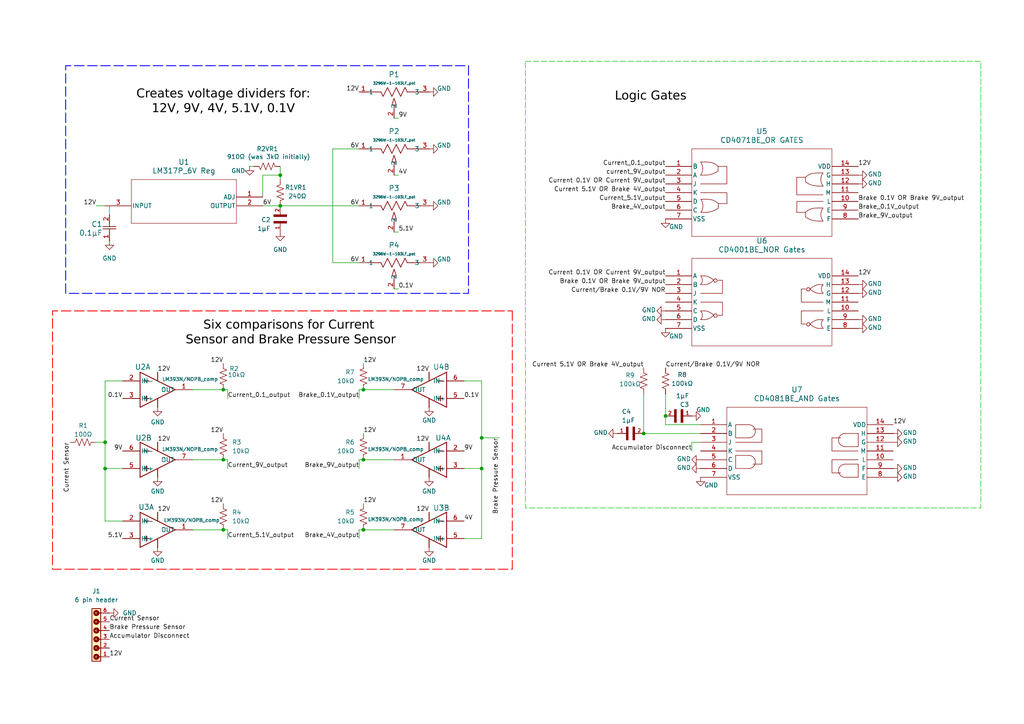
<source format=kicad_sch>
(kicad_sch (version 20250114) (generator "eeschema") (generator_version "9.0")
  (paper "A4")
  (lib_symbols
    (symbol "0.1 µF capacitor:K104K10X7RF5UH5" (pin_names (offset 0.254))
      (property "Reference" "C" (at 3.81 3.81 0))
      (property "Value" "K104K10X7RF5UH5" (at 3.81 -3.81 0))
      (symbol "K104K10X7RF5UH5_0_1"
        (polyline (pts (xy 2.54 0) (xy 3.4798 0)) (stroke (width 0.2032)))
        (polyline (pts (xy 3.4798 -1.905) (xy 3.4798 1.905)) (stroke (width 0.2032)))
        (polyline (pts (xy 4.1148 0) (xy 5.08 0)) (stroke (width 0.2032)))
        (polyline (pts (xy 4.1148 -1.905) (xy 4.1148 1.905)) (stroke (width 0.2032)))
        (pin unspecified line (at 0 0 0) (length 2.54) (name "") (number "1"))
        (pin unspecified line (at 7.62 0 180) (length 2.54) (name "") (number "2"))
      )
    )
    (symbol "1 µF capacitor:RCER72A105K2DBH03A" (pin_names (offset 1.016))
      (property "Reference" "C" (at 0 3.8109 0))
      (property "Value" "RCER72A105K2DBH03A" (at 0 -5.0885 0))
      (symbol "RCER72A105K2DBH03A_0_0"
        (rectangle (start 0 -1.9069) (end 0.635 1.905) (stroke (width 0.1)) (fill (type outline)))
        (rectangle (start 1.9069 -1.9069) (end 2.54 1.905) (stroke (width 0.1)) (fill (type outline)))
        (pin passive line (at -2.54 0 0) (length 2.54) (name "~") (number "1"))
        (pin passive line (at 5.08 0 180) (length 2.54) (name "~") (number "2"))
      )
    )
    (symbol "10k pot:3296W-1-103LF" (pin_names (offset 0.254))
      (property "Reference" "R" (at 10.795 -3.175 0))
      (property "Value" "3296W-1-103LF" (at 10.795 -6.35 0))
      (symbol "3296W-1-103LF_1_1"
        (polyline (pts (xy 2.54 0) (xy 6.35 0)) (stroke (width 0.2032)))
        (polyline (pts (xy 6.35 0) (xy 6.985 1.27)) (stroke (width 0.2032)))
        (polyline (pts (xy 6.985 1.27) (xy 8.255 -1.27)) (stroke (width 0.2032)))
        (polyline (pts (xy 8.255 -1.27) (xy 9.525 1.27)) (stroke (width 0.2032)))
        (polyline (pts (xy 9.525 3.81) (xy 10.16 1.905)) (stroke (width 0.2032)))
        (polyline (pts (xy 9.525 3.81) (xy 10.795 3.81)) (stroke (width 0.2032)))
        (polyline (pts (xy 9.525 1.27) (xy 10.795 -1.27)) (stroke (width 0.2032)))
        (polyline (pts (xy 10.16 3.81) (xy 10.16 5.08)) (stroke (width 0.2032)))
        (polyline (pts (xy 10.795 3.81) (xy 10.16 1.905)) (stroke (width 0.2032)))
        (polyline (pts (xy 10.795 -1.27) (xy 12.065 1.27)) (stroke (width 0.2032)))
        (polyline (pts (xy 12.065 1.27) (xy 13.335 -1.27)) (stroke (width 0.2032)))
        (polyline (pts (xy 13.335 -1.27) (xy 13.97 0)) (stroke (width 0.2032)))
        (polyline (pts (xy 13.97 0) (xy 17.78 0)) (stroke (width 0.2032)))
        (pin unspecified line (at 0 0 0) (length 2.54) (name "1") (number "1"))
        (pin unspecified line (at 10.16 7.62 270) (length 2.54) (name "2") (number "2"))
        (pin unspecified line (at 20.32 0 180) (length 2.54) (name "3") (number "3"))
      )
      (symbol "3296W-1-103LF_1_2"
        (polyline (pts (xy -3.81 -9.525) (xy -1.905 -10.16)) (stroke (width 0.2032)))
        (polyline (pts (xy -3.81 -10.16) (xy -5.08 -10.16)) (stroke (width 0.2032)))
        (polyline (pts (xy -3.81 -10.795) (xy -3.81 -9.525)) (stroke (width 0.2032)))
        (polyline (pts (xy -3.81 -10.795) (xy -1.905 -10.16)) (stroke (width 0.2032)))
        (polyline (pts (xy -1.27 -8.255) (xy 1.27 -6.985)) (stroke (width 0.2032)))
        (polyline (pts (xy -1.27 -10.795) (xy 1.27 -9.525)) (stroke (width 0.2032)))
        (polyline (pts (xy -1.27 -13.335) (xy 1.27 -12.065)) (stroke (width 0.2032)))
        (polyline (pts (xy 0 -6.35) (xy 0 -2.54)) (stroke (width 0.2032)))
        (polyline (pts (xy 0 -13.97) (xy -1.27 -13.335)) (stroke (width 0.2032)))
        (polyline (pts (xy 0 -17.78) (xy 0 -13.97)) (stroke (width 0.2032)))
        (polyline (pts (xy 1.27 -6.985) (xy 0 -6.35)) (stroke (width 0.2032)))
        (polyline (pts (xy 1.27 -9.525) (xy -1.27 -8.255)) (stroke (width 0.2032)))
        (polyline (pts (xy 1.27 -12.065) (xy -1.27 -10.795)) (stroke (width 0.2032)))
        (pin unspecified line (at -7.62 -10.16 0) (length 2.54) (name "2") (number "2"))
        (pin unspecified line (at 0 0 270) (length 2.54) (name "1") (number "1"))
        (pin unspecified line (at 0 -20.32 90) (length 2.54) (name "3") (number "3"))
      )
    )
    (symbol "6 pin header:6130XX11121_61300611121" (pin_names (offset 1.016))
      (property "Reference" "J" (at -7.62 -1.778 0))
      (property "Value" "6130XX11121_61300611121" (at -7.62 -5.08 0))
      (symbol "6130XX11121_61300611121_0_0"
        (rectangle (start -6.35 -2.54) (end 8.89 0) (stroke (width 0.254)) (fill (type background)))
        (circle (center -5.08 -1.27) (radius 0.254) (stroke (width 0.635)))
        (polyline (pts (xy -5.08 -1.27) (xy -5.08 -2.54)) (stroke (width 0.254)))
        (circle (center -2.54 -1.27) (radius 0.254) (stroke (width 0.635)))
        (polyline (pts (xy -2.54 -1.27) (xy -2.54 -2.54)) (stroke (width 0.254)))
        (polyline (pts (xy 0 -1.27) (xy 0 -2.54)) (stroke (width 0.254)))
        (circle (center 0 -1.27) (radius 0.254) (stroke (width 0.635)))
        (polyline (pts (xy 2.54 -1.27) (xy 2.54 -2.54)) (stroke (width 0.254)))
        (circle (center 2.54 -1.27) (radius 0.254) (stroke (width 0.635)))
        (polyline (pts (xy 5.08 -1.27) (xy 5.08 -2.54)) (stroke (width 0.254)))
        (circle (center 5.08 -1.27) (radius 0.254) (stroke (width 0.635)))
        (polyline (pts (xy 7.62 -1.27) (xy 7.62 -2.54)) (stroke (width 0.254)))
        (circle (center 7.62 -1.27) (radius 0.254) (stroke (width 0.635)))
        (pin passive line (at -5.08 -5.08 90) (length 2.54) (name "~") (number "1"))
        (pin passive line (at -2.54 -5.08 90) (length 2.54) (name "~") (number "2"))
        (pin passive line (at 0 -5.08 90) (length 2.54) (name "~") (number "3"))
        (pin passive line (at 2.54 -5.08 90) (length 2.54) (name "~") (number "4"))
        (pin passive line (at 5.08 -5.08 90) (length 2.54) (name "~") (number "5"))
        (pin passive line (at 7.62 -5.08 90) (length 2.54) (name "~") (number "6"))
      )
    )
    (symbol "AND:CD4081BE" (pin_names (offset 0.254))
      (property "Reference" "U7" (at 27.94 10.16 0))
      (property "Value" "CD4081BE_AND Gates" (at 27.94 7.62 0))
      (symbol "CD4081BE_0_1"
        (polyline (pts (xy 7.62 5.08) (xy 7.62 -20.32)) (stroke (width 0.127)))
        (polyline (pts (xy 7.62 -20.32) (xy 48.26 -20.32)) (stroke (width 0.127)))
        (polyline (pts (xy 48.26 5.08) (xy 7.62 5.08)) (stroke (width 0.127)))
        (polyline (pts (xy 48.26 -20.32) (xy 48.26 5.08)) (stroke (width 0.127)))
        (pin unspecified line (at 0 0 0) (length 7.62) (name "A") (number "1"))
        (pin unspecified line (at 0 -2.54 0) (length 7.62) (name "B") (number "2"))
        (pin unspecified line (at 0 -5.08 0) (length 7.62) (name "J") (number "3"))
        (pin unspecified line (at 0 -7.62 0) (length 7.62) (name "K") (number "4"))
        (pin unspecified line (at 0 -10.16 0) (length 7.62) (name "C") (number "5"))
        (pin unspecified line (at 0 -12.7 0) (length 7.62) (name "D") (number "6"))
        (pin power_in line (at 0 -15.24 0) (length 7.62) (name "VSS") (number "7"))
        (pin power_in line (at 55.88 0 180) (length 7.62) (name "VDD") (number "14"))
        (pin unspecified line (at 55.88 -2.54 180) (length 7.62) (name "H") (number "13"))
        (pin unspecified line (at 55.88 -5.08 180) (length 7.62) (name "G") (number "12"))
        (pin unspecified line (at 55.88 -7.62 180) (length 7.62) (name "M") (number "11"))
        (pin unspecified line (at 55.88 -10.16 180) (length 7.62) (name "L") (number "10"))
        (pin unspecified line (at 55.88 -12.7 180) (length 7.62) (name "F") (number "9"))
        (pin unspecified line (at 55.88 -15.24 180) (length 7.62) (name "E") (number "8"))
      )
      (symbol "CD4081BE_1_1"
        (polyline (pts (xy 10.16 0) (xy 13.97 0)))
        (polyline (pts (xy 10.16 0) (xy 10.16 -3.81) (xy 13.97 -3.81)))
        (polyline (pts (xy 10.16 -12.7) (xy 13.97 -12.7)))
        (polyline (pts (xy 10.16 -12.7) (xy 10.16 -8.89) (xy 13.97 -8.89)))
        (arc (start 13.97 0) (mid 15.875 -1.905) (end 13.97 -3.81))
        (arc (start 13.97 -8.89) (mid 15.875 -10.795) (end 13.97 -12.7))
        (polyline (pts (xy 15.24 -1.27) (xy 17.78 -1.27) (xy 17.78 -5.08) (xy 10.16 -5.08)))
        (polyline (pts (xy 15.24 -11.43) (xy 17.78 -11.43) (xy 17.78 -7.62) (xy 10.16 -7.62)))
        (polyline (pts (xy 40.64 -3.81) (xy 38.1 -3.81) (xy 38.1 -7.62) (xy 45.72 -7.62)))
        (polyline (pts (xy 40.64 -13.97) (xy 38.1 -13.97) (xy 38.1 -10.16) (xy 45.72 -10.16)))
        (arc (start 41.91 -6.35) (mid 40.005 -4.445) (end 41.91 -2.54))
        (arc (start 41.91 -15.24) (mid 40.005 -13.335) (end 41.91 -11.43))
        (polyline (pts (xy 45.72 -2.54) (xy 41.91 -2.54)))
        (polyline (pts (xy 45.72 -2.54) (xy 45.72 -6.35) (xy 41.91 -6.35)))
        (polyline (pts (xy 45.72 -15.24) (xy 41.91 -15.24)))
        (polyline (pts (xy 45.72 -15.24) (xy 45.72 -11.43) (xy 41.91 -11.43)))
      )
    )
    (symbol "Device:R_US" (pin_numbers (hide yes)) (pin_names (offset 0))
      (property "Reference" "R" (at 2.54 0 90))
      (property "Value" "R_US" (at -2.54 0 90))
      (symbol "R_US_0_1"
        (polyline (pts (xy 0 2.286) (xy 0 2.54)))
        (polyline (pts (xy 0 2.286) (xy 1.016 1.905) (xy 0 1.524) (xy -1.016 1.143) (xy 0 0.762)))
        (polyline (pts (xy 0 0.762) (xy 1.016 0.381) (xy 0 0) (xy -1.016 -0.381) (xy 0 -0.762)))
        (polyline (pts (xy 0 -0.762) (xy 1.016 -1.143) (xy 0 -1.524) (xy -1.016 -1.905) (xy 0 -2.286)))
        (polyline (pts (xy 0 -2.286) (xy 0 -2.54)))
      )
      (symbol "R_US_1_1"
        (pin passive line (at 0 3.81 270) (length 1.27) (name "~") (number "1"))
        (pin passive line (at 0 -3.81 90) (length 1.27) (name "~") (number "2"))
      )
    )
    (symbol "LM317P_voltage regulator:LM317P" (pin_names (offset 0.254))
      (property "Reference" "U" (at 22.86 10.16 0))
      (property "Value" "LM317P" (at 22.86 7.62 0))
      (symbol "LM317P_0_1"
        (polyline (pts (xy 7.62 5.08) (xy 7.62 -7.62)) (stroke (width 0.127)))
        (polyline (pts (xy 7.62 -7.62) (xy 38.1 -7.62)) (stroke (width 0.127)))
        (polyline (pts (xy 38.1 5.08) (xy 7.62 5.08)) (stroke (width 0.127)))
        (polyline (pts (xy 38.1 -7.62) (xy 38.1 5.08)) (stroke (width 0.127)))
        (pin input line (at 0 0 0) (length 7.62) (name "ADJ") (number "1"))
        (pin output line (at 0 -2.54 0) (length 7.62) (name "OUTPUT") (number "2"))
        (pin input line (at 45.72 -2.54 180) (length 7.62) (name "INPUT") (number "3"))
      )
    )
    (symbol "LM393N_NOPB_comparator:LM393N_NOPB" (pin_names (offset 0.254))
      (property "Reference" "U" (at 15.748 0.254 0))
      (property "Value" "LM393N/NOPB" (at 0 0 0))
      (symbol "LM393N_NOPB_1_1"
        (polyline (pts (xy 0 0) (xy 0 -10.16)) (stroke (width 0.254)))
        (polyline (pts (xy 0 0) (xy 10.16 -5.08)) (stroke (width 0.254)))
        (polyline (pts (xy 0 -10.16) (xy 10.16 -5.08)) (stroke (width 0.254)))
        (polyline (pts (xy 1.016 -2.54) (xy 2.54 -2.54)) (stroke (width 0.254)))
        (polyline (pts (xy 1.016 -7.62) (xy 2.54 -7.62)) (stroke (width 0.254)))
        (polyline (pts (xy 1.778 -6.858) (xy 1.778 -8.382)) (stroke (width 0.254)))
        (polyline (pts (xy 5.08 0) (xy 5.08 -2.54)) (stroke (width 0.254)))
        (polyline (pts (xy 5.08 -7.62) (xy 5.08 -10.16)) (stroke (width 0.254)))
        (pin input line (at -5.08 -2.54 0) (length 5.08) (name "IN-") (number "2"))
        (pin input line (at -5.08 -7.62 0) (length 5.08) (name "IN+") (number "3"))
        (pin output line (at 15.24 -5.08 180) (length 5.08) (name "OUT") (number "1"))
      )
      (symbol "LM393N_NOPB_1_2"
        (polyline (pts (xy 0 0) (xy 0 -10.16)) (stroke (width 0.254)))
        (polyline (pts (xy 0 0) (xy 10.16 -5.08)) (stroke (width 0.254)))
        (polyline (pts (xy 0 -10.16) (xy 10.16 -5.08)) (stroke (width 0.254)))
        (polyline (pts (xy 1.016 -2.54) (xy 2.54 -2.54)) (stroke (width 0.254)))
        (polyline (pts (xy 1.016 -7.62) (xy 2.54 -7.62)) (stroke (width 0.254)))
        (polyline (pts (xy 1.778 -6.858) (xy 1.778 -8.382)) (stroke (width 0.254)))
        (pin input line (at -5.08 -2.54 0) (length 5.08) (name "IN-") (number "2"))
        (pin input line (at -5.08 -7.62 0) (length 5.08) (name "IN+") (number "3"))
        (pin output line (at 15.24 -5.08 180) (length 5.08) (name "OUT") (number "1"))
      )
      (symbol "LM393N_NOPB_2_1"
        (polyline (pts (xy 0 0) (xy 0 -10.16)) (stroke (width 0.254)))
        (polyline (pts (xy 0 0) (xy 10.16 -5.08)) (stroke (width 0.254)))
        (polyline (pts (xy 0 -10.16) (xy 10.16 -5.08)) (stroke (width 0.254)))
        (polyline (pts (xy 1.016 -2.54) (xy 2.54 -2.54)) (stroke (width 0.254)))
        (polyline (pts (xy 1.016 -7.62) (xy 2.54 -7.62)) (stroke (width 0.254)))
        (polyline (pts (xy 1.778 -6.858) (xy 1.778 -8.382)) (stroke (width 0.254)))
        (polyline (pts (xy 5.08 0) (xy 5.08 -2.54)) (stroke (width 0.254)))
        (polyline (pts (xy 5.08 -7.62) (xy 5.08 -10.16)) (stroke (width 0.254)))
        (pin input line (at -5.08 -2.54 0) (length 5.08) (name "IN-") (number "6"))
        (pin input line (at -5.08 -7.62 0) (length 5.08) (name "IN+") (number "5"))
        (pin output line (at 15.24 -5.08 180) (length 5.08) (name "OUT") (number "7"))
      )
      (symbol "LM393N_NOPB_2_2"
        (polyline (pts (xy 0 0) (xy 0 -10.16)) (stroke (width 0.254)))
        (polyline (pts (xy 0 0) (xy 10.16 -5.08)) (stroke (width 0.254)))
        (polyline (pts (xy 0 -10.16) (xy 10.16 -5.08)) (stroke (width 0.254)))
        (polyline (pts (xy 1.016 -2.54) (xy 2.54 -2.54)) (stroke (width 0.254)))
        (polyline (pts (xy 1.016 -7.62) (xy 2.54 -7.62)) (stroke (width 0.254)))
        (polyline (pts (xy 1.778 -6.858) (xy 1.778 -8.382)) (stroke (width 0.254)))
        (pin input line (at -5.08 -2.54 0) (length 5.08) (name "IN-") (number "6"))
        (pin input line (at -5.08 -7.62 0) (length 5.08) (name "IN+") (number "5"))
        (pin output line (at 15.24 -5.08 180) (length 5.08) (name "OUT") (number "7"))
      )
    )
    (symbol "NOR:CD4001BE" (pin_names (offset 0.254))
      (property "Reference" "U6" (at 27.94 10.16 0))
      (property "Value" "CD4001BE_NOR" (at 27.94 7.62 0))
      (symbol "CD4001BE_0_1"
        (polyline (pts (xy 7.62 5.08) (xy 7.62 -20.32)) (stroke (width 0.127)))
        (polyline (pts (xy 7.62 -20.32) (xy 48.26 -20.32)) (stroke (width 0.127)))
        (polyline (pts (xy 48.26 5.08) (xy 7.62 5.08)) (stroke (width 0.127)))
        (polyline (pts (xy 48.26 -20.32) (xy 48.26 5.08)) (stroke (width 0.127)))
        (pin unspecified line (at 0 0 0) (length 7.62) (name "A") (number "1"))
        (pin unspecified line (at 0 -2.54 0) (length 7.62) (name "B") (number "2"))
        (pin unspecified line (at 0 -5.08 0) (length 7.62) (name "J") (number "3"))
        (pin unspecified line (at 0 -7.62 0) (length 7.62) (name "K") (number "4"))
        (pin unspecified line (at 0 -10.16 0) (length 7.62) (name "C") (number "5"))
        (pin unspecified line (at 0 -12.7 0) (length 7.62) (name "D") (number "6"))
        (pin power_in line (at 0 -15.24 0) (length 7.62) (name "VSS") (number "7"))
        (pin power_in line (at 55.88 0 180) (length 7.62) (name "VDD") (number "14"))
        (pin unspecified line (at 55.88 -2.54 180) (length 7.62) (name "H") (number "13"))
        (pin unspecified line (at 55.88 -5.08 180) (length 7.62) (name "G") (number "12"))
        (pin unspecified line (at 55.88 -7.62 180) (length 7.62) (name "M") (number "11"))
        (pin unspecified line (at 55.88 -10.16 180) (length 7.62) (name "L") (number "10"))
        (pin unspecified line (at 55.88 -12.7 180) (length 7.62) (name "F") (number "9"))
        (pin unspecified line (at 55.88 -15.24 180) (length 7.62) (name "E") (number "8"))
      )
      (symbol "CD4001BE_1_1"
        (arc (start 10.16 0) (mid 10.6861 -1.27) (end 10.16 -2.54))
        (arc (start 10.16 -10.16) (mid 10.6861 -11.43) (end 10.16 -12.7))
        (polyline (pts (xy 10.16 0) (xy 11.43 0)))
        (polyline (pts (xy 10.16 -2.54) (xy 11.43 -2.54)))
        (polyline (pts (xy 10.16 -10.16) (xy 11.43 -10.16)))
        (polyline (pts (xy 10.16 -12.7) (xy 11.43 -12.7)))
        (bezier (pts (xy 11.43 0) (xy 12.7 0) (xy 13.97 -1.27) (xy 13.97 -1.27)))
        (bezier (pts (xy 11.43 -2.54) (xy 12.7 -2.54) (xy 13.97 -1.27) (xy 13.97 -1.27)))
        (bezier (pts (xy 11.43 -10.16) (xy 12.7 -10.16) (xy 13.97 -11.43) (xy 13.97 -11.43)))
        (bezier (pts (xy 11.43 -12.7) (xy 12.7 -12.7) (xy 13.97 -11.43) (xy 13.97 -11.43)))
        (polyline (pts (xy 15.24 -1.27) (xy 16.51 -1.27) (xy 16.51 -5.08) (xy 10.16 -5.08)))
        (polyline (pts (xy 15.24 -11.43) (xy 16.51 -11.43) (xy 16.51 -7.62) (xy 10.16 -7.62)))
        (polyline (pts (xy 40.64 -3.81) (xy 39.37 -3.81) (xy 39.37 -7.62) (xy 45.72 -7.62)))
        (polyline (pts (xy 40.64 -13.97) (xy 39.37 -13.97) (xy 39.37 -10.16) (xy 45.72 -10.16)))
        (bezier (pts (xy 44.45 -2.54) (xy 43.18 -2.54) (xy 41.91 -3.81) (xy 41.91 -3.81)))
        (bezier (pts (xy 44.45 -5.08) (xy 43.18 -5.08) (xy 41.91 -3.81) (xy 41.91 -3.81)))
        (bezier (pts (xy 44.45 -12.7) (xy 43.18 -12.7) (xy 41.91 -13.97) (xy 41.91 -13.97)))
        (bezier (pts (xy 44.45 -15.24) (xy 43.18 -15.24) (xy 41.91 -13.97) (xy 41.91 -13.97)))
        (polyline (pts (xy 45.72 -2.54) (xy 44.45 -2.54)))
        (polyline (pts (xy 45.72 -5.08) (xy 44.45 -5.08)))
        (polyline (pts (xy 45.72 -12.7) (xy 44.45 -12.7)))
        (polyline (pts (xy 45.72 -15.24) (xy 44.45 -15.24)))
        (arc (start 45.72 -5.08) (mid 45.1939 -3.81) (end 45.72 -2.54))
        (arc (start 45.72 -15.24) (mid 45.1939 -13.97) (end 45.72 -12.7))
        (text "○" (at 14.478 -1.27 0) (effects (font (size 1.27 1.27))))
        (text "○" (at 14.478 -11.43 0) (effects (font (size 1.27 1.27))))
        (text "○" (at 41.402 -3.81 0) (effects (font (size 1.27 1.27))))
        (text "○" (at 41.402 -13.97 0) (effects (font (size 1.27 1.27))))
      )
    )
    (symbol "OR:CD4071BE" (pin_names (offset 0.254))
      (property "Reference" "U5" (at 27.94 10.16 0))
      (property "Value" "CD4071BE" (at 27.94 7.62 0))
      (symbol "CD4071BE_0_1"
        (polyline (pts (xy 7.62 5.08) (xy 7.62 -20.32)) (stroke (width 0.127)))
        (polyline (pts (xy 7.62 -20.32) (xy 48.26 -20.32)) (stroke (width 0.127)))
        (polyline (pts (xy 48.26 5.08) (xy 7.62 5.08)) (stroke (width 0.127)))
        (polyline (pts (xy 48.26 -20.32) (xy 48.26 5.08)) (stroke (width 0.127)))
        (pin unspecified line (at 0 0 0) (length 7.62) (name "B") (number "1"))
        (pin unspecified line (at 0 -2.54 0) (length 7.62) (name "A") (number "2"))
        (pin unspecified line (at 0 -5.08 0) (length 7.62) (name "J") (number "3"))
        (pin unspecified line (at 0 -7.62 0) (length 7.62) (name "K") (number "4"))
        (pin unspecified line (at 0 -10.16 0) (length 7.62) (name "D") (number "5"))
        (pin unspecified line (at 0 -12.7 0) (length 7.62) (name "C") (number "6"))
        (pin power_in line (at 0 -15.24 0) (length 7.62) (name "VSS") (number "7"))
        (pin power_in line (at 55.88 0 180) (length 7.62) (name "VDD") (number "14"))
        (pin unspecified line (at 55.88 -2.54 180) (length 7.62) (name "G") (number "13"))
        (pin unspecified line (at 55.88 -5.08 180) (length 7.62) (name "H") (number "12"))
        (pin unspecified line (at 55.88 -7.62 180) (length 7.62) (name "M") (number "11"))
        (pin unspecified line (at 55.88 -10.16 180) (length 7.62) (name "L") (number "10"))
        (pin unspecified line (at 55.88 -12.7 180) (length 7.62) (name "E") (number "9"))
        (pin unspecified line (at 55.88 -15.24 180) (length 7.62) (name "F") (number "8"))
      )
      (symbol "CD4071BE_1_1"
        (arc (start 10.16 1.27) (mid 10.785 -0.635) (end 10.16 -2.54))
        (arc (start 10.211 -9.525) (mid 10.836 -11.43) (end 10.211 -13.335))
        (polyline (pts (xy 10.16 1.27) (xy 11.43 1.27)))
        (polyline (pts (xy 10.16 -2.54) (xy 11.43 -2.54)))
        (polyline (pts (xy 10.211 -9.525) (xy 11.481 -9.525)))
        (polyline (pts (xy 10.211 -13.335) (xy 11.481 -13.335)))
        (bezier (pts (xy 11.43 -2.54) (xy 13.97 -2.54) (xy 15.24 -1.27) (xy 15.24 -1.27)))
        (bezier (pts (xy 11.481 -13.335) (xy 14.021 -13.335) (xy 15.291 -12.065) (xy 15.291 -12.065)))
        (polyline (pts (xy 15.24 0) (xy 15.24 -1.27)))
        (polyline (pts (xy 15.24 0) (xy 17.78 0) (xy 17.78 -5.08) (xy 10.16 -5.08)))
        (bezier (pts (xy 15.24 0) (xy 13.97 1.27) (xy 12.7 1.27) (xy 11.43 1.27)))
        (polyline (pts (xy 15.291 -10.795) (xy 15.291 -12.065)))
        (polyline (pts (xy 15.291 -10.795) (xy 17.831 -10.795) (xy 17.78 -7.62) (xy 10.16 -7.62)))
        (bezier (pts (xy 15.291 -10.795) (xy 14.021 -9.525) (xy 12.751 -9.525) (xy 11.481 -9.525)))
        (polyline (pts (xy 40.589 -3.175) (xy 40.589 -4.445)))
        (polyline (pts (xy 40.589 -3.175) (xy 38.049 -3.175) (xy 38.049 -8.255) (xy 45.669 -8.255)))
        (bezier (pts (xy 40.589 -3.175) (xy 41.859 -1.905) (xy 43.129 -1.905) (xy 44.399 -1.905)))
        (polyline (pts (xy 40.589 -13.335) (xy 40.589 -14.605)))
        (polyline (pts (xy 40.589 -13.335) (xy 38.049 -13.335) (xy 38.1 -10.16) (xy 45.72 -10.16)))
        (bezier (pts (xy 40.589 -13.335) (xy 41.859 -12.065) (xy 43.129 -12.065) (xy 44.399 -12.065)))
        (bezier (pts (xy 44.399 -5.715) (xy 41.859 -5.715) (xy 40.589 -4.445) (xy 40.589 -4.445)))
        (bezier (pts (xy 44.399 -15.875) (xy 41.859 -15.875) (xy 40.589 -14.605) (xy 40.589 -14.605)))
        (polyline (pts (xy 45.669 -1.905) (xy 44.399 -1.905)))
        (polyline (pts (xy 45.669 -5.715) (xy 44.399 -5.715)))
        (polyline (pts (xy 45.669 -12.065) (xy 44.399 -12.065)))
        (polyline (pts (xy 45.669 -15.875) (xy 44.399 -15.875)))
        (arc (start 45.669 -5.715) (mid 45.0441 -3.81) (end 45.669 -1.905))
        (arc (start 45.669 -15.875) (mid 45.0441 -13.97) (end 45.669 -12.065))
      )
    )
    (symbol "power:GND" (power) (pin_numbers (hide yes)) (pin_names (offset 0) (hide yes))
      (property "Value" "GND" (at 0 -3.81 0))
      (symbol "GND_0_1"
        (polyline (pts (xy 0 0) (xy 0 -1.27) (xy 1.27 -1.27) (xy 0 -2.54) (xy -1.27 -1.27) (xy 0 -1.27)))
      )
      (symbol "GND_1_1"
        (pin power_in line (at 0 0 270) (length 0) (name "~") (number "1"))
      )
    )
  )
  (text "Six comparisons for Current \nSensor and Brake Pressure Sensor\n" (at 84.328 97.282 0) (effects (font (size 2.54 2.54) (thickness 0.508))))
  (text "Logic Gates\n" (at 188.722 28.702 0) (effects (font (size 2.54 2.54) (thickness 0.3175))))
  (text "Creates voltage dividers for:\n12V, 9V, 4V, 5.1V, 0.1V\n" (at 64.77 30.226 0) (effects (font (size 2.54 2.54) (thickness 0.508))))
  (junction (at 105.41 133.35))
  (junction (at 30.48 128.27))
  (junction (at 81.28 50.8))
  (junction (at 139.7 135.89))
  (junction (at 30.48 135.89))
  (junction (at 139.7 127))
  (junction (at 193.04 120.65))
  (junction (at 64.77 113.03))
  (junction (at 64.77 153.67))
  (junction (at 105.41 113.03))
  (junction (at 105.41 153.67))
  (junction (at 81.28 59.69))
  (junction (at 186.69 125.73))
  (junction (at 64.77 133.35))
  (wire (pts (xy 115.57 83.82) (xy 114.3 83.82)))
  (wire (pts (xy 115.57 50.8) (xy 114.3 50.8)))
  (wire (pts (xy 139.7 135.89) (xy 139.7 156.21)))
  (wire (pts (xy 66.04 153.67) (xy 66.04 156.21)))
  (wire (pts (xy 105.41 113.03) (xy 114.3 113.03)))
  (wire (pts (xy 27.94 128.27) (xy 30.48 128.27)))
  (wire (pts (xy 66.04 113.03) (xy 64.77 113.03)))
  (wire (pts (xy 186.69 125.73) (xy 203.2 125.73)))
  (wire (pts (xy 139.7 156.21) (xy 134.62 156.21)))
  (wire (pts (xy 30.48 128.27) (xy 30.48 135.89)))
  (wire (pts (xy 55.88 113.03) (xy 64.77 113.03)))
  (wire (pts (xy 30.48 110.49) (xy 35.56 110.49)))
  (wire (pts (xy 139.7 135.89) (xy 134.62 135.89)))
  (wire (pts (xy 96.52 76.2) (xy 104.14 76.2)))
  (wire (pts (xy 31.75 59.69) (xy 31.75 62.23)))
  (wire (pts (xy 55.88 153.67) (xy 64.77 153.67)))
  (wire (pts (xy 193.04 123.19) (xy 203.2 123.19)))
  (wire (pts (xy 72.39 48.26) (xy 73.66 48.26)))
  (wire (pts (xy 81.28 59.69) (xy 104.14 59.69)))
  (wire (pts (xy 76.2 59.69) (xy 81.28 59.69)))
  (wire (pts (xy 64.77 133.35) (xy 66.04 133.35)))
  (wire (pts (xy 104.14 156.21) (xy 104.14 153.67)))
  (wire (pts (xy 35.56 151.13) (xy 30.48 151.13)))
  (wire (pts (xy 115.57 34.29) (xy 114.3 34.29)))
  (wire (pts (xy 193.04 120.65) (xy 193.04 123.19)))
  (wire (pts (xy 200.66 128.27) (xy 203.2 128.27)))
  (wire (pts (xy 66.04 115.57) (xy 66.04 113.03)))
  (wire (pts (xy 105.41 153.67) (xy 114.3 153.67)))
  (wire (pts (xy 115.57 67.31) (xy 114.3 67.31)))
  (wire (pts (xy 55.88 133.35) (xy 64.77 133.35)))
  (wire (pts (xy 139.7 127) (xy 144.78 127)))
  (wire (pts (xy 81.28 50.8) (xy 81.28 52.07)))
  (wire (pts (xy 30.48 151.13) (xy 30.48 135.89)))
  (wire (pts (xy 76.2 50.8) (xy 81.28 50.8)))
  (wire (pts (xy 105.41 133.35) (xy 114.3 133.35)))
  (wire (pts (xy 104.14 43.18) (xy 96.52 43.18)))
  (wire (pts (xy 186.69 114.3) (xy 186.69 125.73)))
  (wire (pts (xy 104.14 135.89) (xy 104.14 133.35)))
  (wire (pts (xy 30.48 128.27) (xy 30.48 110.49)))
  (wire (pts (xy 64.77 153.67) (xy 66.04 153.67)))
  (wire (pts (xy 27.94 59.69) (xy 30.48 59.69)))
  (wire (pts (xy 81.28 48.26) (xy 81.28 50.8)))
  (wire (pts (xy 76.2 57.15) (xy 76.2 50.8)))
  (wire (pts (xy 104.14 153.67) (xy 105.41 153.67)))
  (wire (pts (xy 104.14 133.35) (xy 105.41 133.35)))
  (wire (pts (xy 96.52 43.18) (xy 96.52 76.2)))
  (wire (pts (xy 104.14 113.03) (xy 105.41 113.03)))
  (wire (pts (xy 139.7 110.49) (xy 134.62 110.49)))
  (wire (pts (xy 30.48 135.89) (xy 35.56 135.89)))
  (wire (pts (xy 104.14 115.57) (xy 104.14 113.03)))
  (wire (pts (xy 193.04 114.3) (xy 193.04 120.65)))
  (wire (pts (xy 139.7 110.49) (xy 139.7 127)))
  (wire (pts (xy 200.66 130.81) (xy 200.66 128.27)))
  (wire (pts (xy 139.7 127) (xy 139.7 135.89)))
  (wire (pts (xy 66.04 133.35) (xy 66.04 135.89)))
  (label "6V" (at 104.14 43.18 180))
  (label "12V" (at 64.77 105.41 180))
  (label "Current_0.1_output" (at 193.04 48.26 180))
  (label "Brake_9V_output" (at 104.14 135.89 180))
  (label "6V" (at 104.14 59.69 180))
  (label "12V" (at 248.92 80.01 0))
  (label "12V" (at 31.75 190.5 0))
  (label "12V" (at 105.41 146.05 0))
  (label "12V" (at 45.72 148.59 0))
  (label "9V" (at 35.56 130.81 180))
  (label "Brake Pressure Sensor" (at 31.75 182.88 0))
  (label "5.1V" (at 115.57 67.31 0))
  (label "current_9V_output" (at 193.04 50.8 180))
  (label "12V" (at 124.46 107.95 180))
  (label "Current_0.1_output" (at 66.04 115.57 0))
  (label "12V" (at 124.46 128.27 180))
  (label "12V" (at 105.41 125.73 0))
  (label "Brake_0.1V_output" (at 104.14 115.57 180))
  (label "12V" (at 45.72 128.27 0))
  (label "6V" (at 104.14 76.2 180))
  (label "12V" (at 248.92 48.26 0))
  (label "Current{slash}Brake 0.1V{slash}9V NOR" (at 193.04 106.68 0))
  (label "Brake 0.1V OR Brake 9V_output" (at 193.04 82.55 180))
  (label "12V" (at 104.14 26.67 180))
  (label "Accumulator Disconnect" (at 200.66 130.81 180))
  (label "Current_5.1V_output" (at 66.04 156.21 0))
  (label "9V" (at 134.62 130.81 0))
  (label "0.1V" (at 35.56 115.57 180))
  (label "12V" (at 259.08 123.19 0))
  (label "4V" (at 134.62 151.13 0))
  (label "Brake 0.1V OR Brake 9V_output" (at 248.92 58.42 0))
  (label "Current 0.1V OR Current 9V_output" (at 193.04 53.34 180))
  (label "12V" (at 105.41 105.41 0))
  (label "4V" (at 115.57 50.8 0))
  (label "12V" (at 27.94 59.69 180))
  (label "0.1V" (at 134.62 115.57 0))
  (label "Current Sensor" (at 31.75 180.34 0))
  (label "6V" (at 78.74 59.69 180))
  (label "Accumulator Disconnect" (at 31.75 185.42 0))
  (label "9V" (at 115.57 34.29 0))
  (label "Current Sensor" (at 20.32 128.27 270))
  (label "Current 5.1V OR Brake 4V_output" (at 193.04 55.88 180))
  (label "Brake Pressure Sensor" (at 144.78 127 270))
  (label "Current_9V_output" (at 66.04 135.89 0))
  (label "Current 5.1V OR Brake 4V_output" (at 186.69 106.68 180))
  (label "Current_5.1V_output" (at 193.04 58.42 180))
  (label "12V" (at 64.77 146.05 180))
  (label "Brake_4V_output" (at 193.04 60.96 180))
  (label "Current{slash}Brake 0.1V{slash}9V NOR" (at 193.04 85.09 180))
  (label "Brake_4V_output" (at 104.14 156.21 180))
  (label "12V" (at 45.72 107.95 0))
  (label "0.1V" (at 115.57 83.82 0))
  (label "Current 0.1V OR Current 9V_output" (at 193.04 80.01 180))
  (label "12V" (at 124.46 148.59 180))
  (label "Brake_9V_output" (at 248.92 63.5 0))
  (label "Brake_0.1V_output" (at 248.92 60.96 0))
  (label "5.1V" (at 35.56 156.21 180))
  (label "12V" (at 64.77 125.73 180))
  (rule_area (polyline (pts (xy 135.89 19.05) (xy 135.89 85.09) (xy 19.05 85.09) (xy 19.05 19.05)) (stroke (width 0.254) (type dash) (color 0 0 255 1))))
  (rule_area (polyline (pts (xy 152.4 17.78) (xy 284.48 17.78) (xy 284.48 147.32) (xy 152.4 147.32)) (stroke (width 0) (type dash) (color 0 194 0 1))))
  (rule_area (polyline (pts (xy 148.59 90.17) (xy 148.59 165.1) (xy 15.24 165.1) (xy 15.24 90.17)) (stroke (width 0.254) (type dash))))
  (symbol (lib_id "LM393N_NOPB_comparator:LM393N_NOPB") (at 129.54 128.27 0) (mirror y) (unit 1)
    (property "Reference" "U4" (at 128.524 127 0) (effects (font (size 1.524 1.524))))
    (property "Value" "LM393N/NOPB_comp" (at 114.808 130.302 0) (effects (font (size 1.016 1.016))))
    (property "Footprint" "LM393N_NOPB_comparator:N08E" (effects (hide yes)))
    (property "Datasheet" "https://www.ti.com/lit/gpn/lm393-n" (effects (hide yes)))
  )
  (symbol (lib_id "power:GND") (at 45.72 158.75 0) (mirror y) (unit 1)
    (property "Reference" "#PWR012" (effects (hide yes)))
    (property "Value" "GND" (at 45.72 162.56 0))
    (property "Description" "Power symbol creates a global label with name \"GND\" , ground" (effects (hide yes)))
  )
  (symbol (lib_id "power:GND") (at 193.04 95.25 0) (mirror y) (unit 1)
    (property "Reference" "#PWR018" (effects (hide yes)))
    (property "Value" "GND" (at 194.056 97.536 0) (effects (justify right)))
    (property "Description" "Power symbol creates a global label with name \"GND\" , ground" (effects (hide yes)))
  )
  (symbol (lib_id "power:GND") (at 248.92 92.71 90) (mirror x) (unit 1)
    (property "Reference" "#PWR021" (effects (hide yes)))
    (property "Value" "GND" (at 251.714 92.456 90) (effects (justify right)))
    (property "Description" "Power symbol creates a global label with name \"GND\" , ground" (effects (hide yes)))
  )
  (symbol (lib_id "power:GND") (at 124.46 76.2 90) (mirror x) (unit 1)
    (property "Reference" "#PWR08" (effects (hide yes)))
    (property "Value" "GND" (at 126.746 75.184 90) (effects (justify right)))
    (property "Description" "Power symbol creates a global label with name \"GND\" , ground" (effects (hide yes)))
  )
  (symbol (lib_id "10k pot:3296W-1-103LF") (at 104.14 76.2 0) (mirror x) (unit 1)
    (property "Reference" "P4" (at 114.3 71.12 0) (effects (font (size 1.524 1.524))))
    (property "Value" "3296W-1-103LF_pot" (at 114.3 73.66 0) (effects (font (size 0.762 0.762))))
    (property "Footprint" "10k pot:POT_3296W" (effects (hide yes)))
    (property "Datasheet" "3296W-1-103LF" (effects (hide yes)))
  )
  (symbol (lib_id "power:GND") (at 193.04 92.71 270) (unit 1)
    (property "Reference" "#PWR023" (effects (hide yes)))
    (property "Value" "GND" (at 190.246 92.456 90) (effects (justify right)))
    (property "Description" "Power symbol creates a global label with name \"GND\" , ground" (effects (hide yes)))
  )
  (symbol (lib_id "power:GND") (at 203.2 133.35 270) (unit 1)
    (property "Reference" "#PWR030" (effects (hide yes)))
    (property "Value" "GND" (at 200.406 133.096 90) (effects (justify right)))
    (property "Description" "Power symbol creates a global label with name \"GND\" , ground" (effects (hide yes)))
  )
  (symbol (lib_id "Device:R_US") (at 193.04 110.49 0) (unit 1)
    (property "Reference" "R8" (at 197.866 108.712 0))
    (property "Value" "100kΩ" (at 197.866 111.252 0))
    (property "Footprint" "Resistor_THT:R_Axial_DIN0204_L3.6mm_D1.6mm_P5.08mm_Horizontal" (effects (hide yes)))
    (property "Description" "Resistor, US symbol" (effects (hide yes)))
  )
  (symbol (lib_id "LM393N_NOPB_comparator:LM393N_NOPB") (at 40.64 128.27 0) (unit 2)
    (property "Reference" "U2" (at 41.656 127 0) (effects (font (size 1.524 1.524))))
    (property "Value" "LM393N/NOPB_comp" (at 55.118 130.302 0) (effects (font (size 1.016 1.016))))
    (property "Footprint" "LM393N_NOPB_comparator:N08E" (effects (hide yes)))
    (property "Datasheet" "https://www.ti.com/lit/gpn/lm393-n" (effects (hide yes)))
  )
  (symbol (lib_id "Device:R_US") (at 64.77 149.86 0) (unit 1)
    (property "Reference" "R4" (at 67.31 148.5899 0) (effects (justify left)))
    (property "Value" "10kΩ" (at 67.31 151.1299 0) (effects (justify left)))
    (property "Footprint" "Resistor_THT:R_Axial_DIN0204_L3.6mm_D1.6mm_P5.08mm_Horizontal" (effects (hide yes)))
    (property "Description" "Resistor, US symbol" (effects (hide yes)))
  )
  (symbol (lib_id "0.1 µF capacitor:K104K10X7RF5UH5") (at 31.75 69.85 270) (mirror x) (unit 1)
    (property "Reference" "C1" (at 29.718 65.024 90) (effects (font (size 1.524 1.524)) (justify right)))
    (property "Value" "0.1µF" (at 29.718 67.564 90) (effects (font (size 1.524 1.524)) (justify right)))
    (property "Footprint" "0.1µF capacitor:K104K10X7RF5UH5_VIS" (effects (hide yes)))
    (property "Datasheet" "https://www.vishay.com/doc?45171" (effects (hide yes)))
  )
  (symbol (lib_id "power:GND") (at 193.04 63.5 0) (mirror y) (unit 1)
    (property "Reference" "#PWR015" (effects (hide yes)))
    (property "Value" "GND" (at 194.056 65.786 0) (effects (justify right)))
    (property "Description" "Power symbol creates a global label with name \"GND\" , ground" (effects (hide yes)))
  )
  (symbol (lib_id "power:GND") (at 124.46 118.11 0) (unit 1)
    (property "Reference" "#PWR014" (effects (hide yes)))
    (property "Value" "GND" (at 124.46 121.92 0))
    (property "Description" "Power symbol creates a global label with name \"GND\" , ground" (effects (hide yes)))
  )
  (symbol (lib_id "Device:R_US") (at 186.69 110.49 0) (unit 1)
    (property "Reference" "R9" (at 182.753 108.839 0))
    (property "Value" "100kΩ" (at 182.753 111.379 0))
    (property "Footprint" "Resistor_THT:R_Axial_DIN0204_L3.6mm_D1.6mm_P5.08mm_Horizontal" (effects (hide yes)))
    (property "Description" "Resistor, US symbol" (effects (hide yes)))
  )
  (symbol (lib_id "power:GND") (at 200.66 120.65 90) (mirror x) (unit 1)
    (property "Reference" "#PWR033" (effects (hide yes)))
    (property "Value" "GND" (at 201.93 118.872 90) (effects (justify right)))
    (property "Description" "Power symbol creates a global label with name \"GND\" , ground" (effects (hide yes)))
  )
  (symbol (lib_id "power:GND") (at 124.46 158.75 0) (unit 1)
    (property "Reference" "#PWR011" (effects (hide yes)))
    (property "Value" "GND" (at 124.46 162.56 0))
    (property "Description" "Power symbol creates a global label with name \"GND\" , ground" (effects (hide yes)))
  )
  (symbol (lib_id "LM393N_NOPB_comparator:LM393N_NOPB") (at 40.64 107.95 0) (unit 1)
    (property "Reference" "U2" (at 41.402 106.426 0) (effects (font (size 1.524 1.524))))
    (property "Value" "LM393N/NOPB_comp" (at 55.118 109.982 0) (effects (font (size 1.016 1.016))))
    (property "Footprint" "LM393N_NOPB_comparator:N08E" (effects (hide yes)))
    (property "Datasheet" "https://www.ti.com/lit/gpn/lm393-n" (effects (hide yes)))
  )
  (symbol (lib_id "AND:CD4081BE") (at 203.2 123.19 0) (unit 1)
    (property "Reference" "U7" (at 231.14 113.03 0) (effects (font (size 1.524 1.524))))
    (property "Value" "CD4081BE_AND Gates" (at 231.14 115.57 0) (effects (font (size 1.524 1.524))))
    (property "Footprint" "AND gate:N14" (effects (hide yes)))
    (property "Datasheet" "https://www.ti.com/lit/gpn/cd4081b" (effects (hide yes)))
  )
  (symbol (lib_id "power:GND") (at 203.2 138.43 0) (mirror y) (unit 1)
    (property "Reference" "#PWR031" (effects (hide yes)))
    (property "Value" "GND" (at 204.216 140.716 0) (effects (justify right)))
    (property "Description" "Power symbol creates a global label with name \"GND\" , ground" (effects (hide yes)))
  )
  (symbol (lib_id "power:GND") (at 179.07 125.73 270) (unit 1)
    (property "Reference" "#PWR032" (effects (hide yes)))
    (property "Value" "GND" (at 176.276 125.476 90) (effects (justify right)))
    (property "Description" "Power symbol creates a global label with name \"GND\" , ground" (effects (hide yes)))
  )
  (symbol (lib_id "power:GND") (at 248.92 85.09 90) (mirror x) (unit 1)
    (property "Reference" "#PWR020" (effects (hide yes)))
    (property "Value" "GND" (at 251.714 84.836 90) (effects (justify right)))
    (property "Description" "Power symbol creates a global label with name \"GND\" , ground" (effects (hide yes)))
  )
  (symbol (lib_id "power:GND") (at 124.46 138.43 0) (unit 1)
    (property "Reference" "#PWR013" (effects (hide yes)))
    (property "Value" "GND" (at 124.46 142.494 0))
    (property "Description" "Power symbol creates a global label with name \"GND\" , ground" (effects (hide yes)))
  )
  (symbol (lib_id "10k pot:3296W-1-103LF") (at 104.14 26.67 0) (mirror x) (unit 1)
    (property "Reference" "P1" (at 114.3 21.59 0) (effects (font (size 1.524 1.524))))
    (property "Value" "3296W-1-103LF_pot" (at 114.3 24.13 0) (effects (font (size 0.762 0.762))))
    (property "Footprint" "10k pot:POT_3296W" (effects (hide yes)))
    (property "Datasheet" "3296W-1-103LF" (effects (hide yes)))
  )
  (symbol (lib_id "Device:R_US") (at 64.77 109.22 0) (unit 1)
    (property "Reference" "R2" (at 66.548 106.934 0) (effects (justify left)))
    (property "Value" "10kΩ" (at 66.04 108.7121 0) (effects (justify left)))
    (property "Footprint" "Resistor_THT:R_Axial_DIN0204_L3.6mm_D1.6mm_P5.08mm_Horizontal" (effects (hide yes)))
    (property "Description" "Resistor, US symbol" (effects (hide yes)))
  )
  (symbol (lib_id "6 pin header:6130XX11121_61300611121") (at 26.67 185.42 90) (unit 1)
    (property "Reference" "J1" (at 27.94 171.45 90))
    (property "Value" "6 pin header" (at 27.94 173.99 90))
    (property "Footprint" "Connector_PinHeader_1.00mm:PinHeader_1x06_P1.00mm_Vertical" (effects (hide yes)))
  )
  (symbol (lib_id "power:GND") (at 259.08 125.73 90) (mirror x) (unit 1)
    (property "Reference" "#PWR025" (effects (hide yes)))
    (property "Value" "GND" (at 261.874 125.476 90) (effects (justify right)))
    (property "Description" "Power symbol creates a global label with name \"GND\" , ground" (effects (hide yes)))
  )
  (symbol (lib_id "power:GND") (at 259.08 128.27 90) (mirror x) (unit 1)
    (property "Reference" "#PWR026" (effects (hide yes)))
    (property "Value" "GND" (at 261.874 128.016 90) (effects (justify right)))
    (property "Description" "Power symbol creates a global label with name \"GND\" , ground" (effects (hide yes)))
  )
  (symbol (lib_id "Device:R_US") (at 24.13 128.27 90) (unit 1)
    (property "Reference" "R1" (at 24.13 123.444 90))
    (property "Value" "100Ω" (at 24.13 125.984 90))
    (property "Footprint" "Resistor_THT:R_Axial_DIN0204_L3.6mm_D1.6mm_P5.08mm_Horizontal" (effects (hide yes)))
    (property "Description" "Resistor, US symbol" (effects (hide yes)))
  )
  (symbol (lib_id "NOR:CD4001BE") (at 193.04 80.01 0) (unit 1)
    (property "Reference" "U6" (at 220.98 69.85 0) (effects (font (size 1.524 1.524))))
    (property "Value" "CD4001BE_NOR Gates" (at 220.98 72.39 0) (effects (font (size 1.524 1.524))))
    (property "Footprint" "AND gate:N14" (effects (hide yes)))
    (property "Datasheet" "https://www.ti.com/lit/gpn/cd4001b" (effects (hide yes)))
  )
  (symbol (lib_id "power:GND") (at 72.39 48.26 0) (mirror y) (unit 1)
    (property "Reference" "#PWR01" (effects (hide yes)))
    (property "Value" "GND" (at 67.056 49.53 0) (effects (justify right)))
    (property "Description" "Power symbol creates a global label with name \"GND\" , ground" (effects (hide yes)))
  )
  (symbol (lib_id "OR:CD4071BE") (at 193.04 48.26 0) (unit 1)
    (property "Reference" "U5" (at 220.98 38.1 0) (effects (font (size 1.524 1.524))))
    (property "Value" "CD4071BE_OR GATES" (at 220.98 40.64 0) (effects (font (size 1.524 1.524))))
    (property "Footprint" "AND gate:N14" (effects (hide yes)))
    (property "Datasheet" "https://www.ti.com/lit/gpn/cd4071b" (effects (hide yes)))
  )
  (symbol (lib_id "power:GND") (at 248.92 82.55 90) (mirror x) (unit 1)
    (property "Reference" "#PWR019" (effects (hide yes)))
    (property "Value" "GND" (at 251.714 82.296 90) (effects (justify right)))
    (property "Description" "Power symbol creates a global label with name \"GND\" , ground" (effects (hide yes)))
  )
  (symbol (lib_id "10k pot:3296W-1-103LF") (at 104.14 43.18 0) (mirror x) (unit 1)
    (property "Reference" "P2" (at 114.3 38.1 0) (effects (font (size 1.524 1.524))))
    (property "Value" "3296W-1-103LF_pot" (at 114.3 40.64 0) (effects (font (size 0.762 0.762))))
    (property "Footprint" "10k pot:POT_3296W" (effects (hide yes)))
    (property "Datasheet" "3296W-1-103LF" (effects (hide yes)))
  )
  (symbol (lib_id "1 µF capacitor:RCER72A105K2DBH03A") (at 81.28 64.77 270) (mirror x) (unit 1)
    (property "Reference" "C2" (at 78.486 63.754 90) (effects (justify right)))
    (property "Value" "1µF" (at 78.486 66.294 90) (effects (justify right)))
    (property "Footprint" "1µF capacitor:CAP_RCER72A105K2DBH03A" (effects (hide yes)))
    (property "PARTREV" "Mar. 2018" (effects (hide yes)))
    (property "STANDARD" "IPC 7351B" (effects (hide yes)))
    (property "MAXIMUM_PACKAGE_HEIGHT" "5.5 mm" (effects (hide yes)))
    (property "MANUFACTURER" "Murata" (effects (hide yes)))
  )
  (symbol (lib_id "power:GND") (at 259.08 138.43 90) (mirror x) (unit 1)
    (property "Reference" "#PWR028" (effects (hide yes)))
    (property "Value" "GND" (at 261.874 138.176 90) (effects (justify right)))
    (property "Description" "Power symbol creates a global label with name \"GND\" , ground" (effects (hide yes)))
  )
  (symbol (lib_id "Device:R_US") (at 105.41 109.22 0) (mirror y) (unit 1)
    (property "Reference" "R7" (at 102.87 107.9499 0) (effects (justify left)))
    (property "Value" "10kΩ" (at 102.87 110.4899 0) (effects (justify left)))
    (property "Footprint" "Resistor_THT:R_Axial_DIN0204_L3.6mm_D1.6mm_P5.08mm_Horizontal" (effects (hide yes)))
    (property "Description" "Resistor, US symbol" (effects (hide yes)))
  )
  (symbol (lib_id "Device:R_US") (at 77.47 48.26 90) (mirror x) (unit 1)
    (property "Reference" "R2VR1" (at 74.422 43.18 90) (effects (justify right)))
    (property "Value" "910Ω (was 3kΩ initially)" (at 65.786 45.466 90) (effects (justify right)))
    (property "Footprint" "Resistor_THT:R_Axial_DIN0204_L3.6mm_D1.6mm_P5.08mm_Horizontal" (effects (hide yes)))
    (property "Description" "Resistor, US symbol" (effects (hide yes)))
  )
  (symbol (lib_id "power:GND") (at 31.75 177.8 90) (unit 1)
    (property "Reference" "#PWR02" (effects (hide yes)))
    (property "Value" "GND" (at 35.56 177.7999 90) (effects (justify right)))
    (property "Description" "Power symbol creates a global label with name \"GND\" , ground" (effects (hide yes)))
  )
  (symbol (lib_id "1 µF capacitor:RCER72A105K2DBH03A") (at 198.12 120.65 180) (unit 1)
    (property "Reference" "C3" (at 199.898 117.348 0) (effects (justify left)))
    (property "Value" "1µF" (at 199.898 114.808 0) (effects (justify left)))
    (property "Footprint" "1µF capacitor:CAP_RCER72A105K2DBH03A" (effects (hide yes)))
    (property "PARTREV" "Mar. 2018" (effects (hide yes)))
    (property "STANDARD" "IPC 7351B" (effects (hide yes)))
    (property "MAXIMUM_PACKAGE_HEIGHT" "5.5 mm" (effects (hide yes)))
    (property "MANUFACTURER" "Murata" (effects (hide yes)))
  )
  (symbol (lib_id "LM393N_NOPB_comparator:LM393N_NOPB") (at 129.54 107.95 0) (mirror y) (unit 2)
    (property "Reference" "U4" (at 128.016 106.426 0) (effects (font (size 1.524 1.524))))
    (property "Value" "LM393N/NOPB_comp" (at 114.808 109.982 0) (effects (font (size 1.016 1.016))))
    (property "Footprint" "LM393N_NOPB_comparator:N08E" (effects (hide yes)))
    (property "Datasheet" "https://www.ti.com/lit/gpn/lm393-n" (effects (hide yes)))
  )
  (symbol (lib_id "power:GND") (at 81.28 67.31 0) (mirror y) (unit 1)
    (property "Reference" "#PWR04" (effects (hide yes)))
    (property "Value" "GND" (at 81.28 72.39 0))
    (property "Description" "Power symbol creates a global label with name \"GND\" , ground" (effects (hide yes)))
  )
  (symbol (lib_id "power:GND") (at 45.72 138.43 0) (mirror y) (unit 1)
    (property "Reference" "#PWR010" (effects (hide yes)))
    (property "Value" "GND" (at 45.72 142.494 0))
    (property "Description" "Power symbol creates a global label with name \"GND\" , ground" (effects (hide yes)))
  )
  (symbol (lib_id "Device:R_US") (at 64.77 129.54 0) (unit 1)
    (property "Reference" "R3" (at 67.31 128.2699 0) (effects (justify left)))
    (property "Value" "10kΩ" (at 67.31 130.8099 0) (effects (justify left)))
    (property "Footprint" "Resistor_THT:R_Axial_DIN0204_L3.6mm_D1.6mm_P5.08mm_Horizontal" (effects (hide yes)))
    (property "Description" "Resistor, US symbol" (effects (hide yes)))
  )
  (symbol (lib_id "power:GND") (at 31.75 69.85 0) (mirror y) (unit 1)
    (property "Reference" "#PWR03" (effects (hide yes)))
    (property "Value" "GND" (at 31.75 74.93 0))
    (property "Description" "Power symbol creates a global label with name \"GND\" , ground" (effects (hide yes)))
  )
  (symbol (lib_id "Device:R_US") (at 81.28 55.88 0) (mirror y) (unit 1)
    (property "Reference" "R1VR1" (at 88.9 54.356 0) (effects (justify left)))
    (property "Value" "240Ω" (at 88.9 56.896 0) (effects (justify left)))
    (property "Footprint" "Resistor_THT:R_Axial_DIN0204_L3.6mm_D1.6mm_P5.08mm_Horizontal" (effects (hide yes)))
    (property "Description" "Resistor, US symbol" (effects (hide yes)))
  )
  (symbol (lib_id "Device:R_US") (at 105.41 149.86 0) (mirror y) (unit 1)
    (property "Reference" "R5" (at 102.87 148.5899 0) (effects (justify left)))
    (property "Value" "10kΩ" (at 102.87 151.1299 0) (effects (justify left)))
    (property "Footprint" "Resistor_THT:R_Axial_DIN0204_L3.6mm_D1.6mm_P5.08mm_Horizontal" (effects (hide yes)))
    (property "Description" "Resistor, US symbol" (effects (hide yes)))
  )
  (symbol (lib_id "power:GND") (at 124.46 59.69 90) (mirror x) (unit 1)
    (property "Reference" "#PWR05" (effects (hide yes)))
    (property "Value" "GND" (at 126.746 58.674 90) (effects (justify right)))
    (property "Description" "Power symbol creates a global label with name \"GND\" , ground" (effects (hide yes)))
  )
  (symbol (lib_id "power:GND") (at 248.92 53.34 90) (mirror x) (unit 1)
    (property "Reference" "#PWR017" (effects (hide yes)))
    (property "Value" "GND" (at 251.714 53.086 90) (effects (justify right)))
    (property "Description" "Power symbol creates a global label with name \"GND\" , ground" (effects (hide yes)))
  )
  (symbol (lib_id "Device:R_US") (at 105.41 129.54 0) (mirror y) (unit 1)
    (property "Reference" "R6" (at 102.87 128.2699 0) (effects (justify left)))
    (property "Value" "10kΩ" (at 102.87 130.8099 0) (effects (justify left)))
    (property "Footprint" "Resistor_THT:R_Axial_DIN0204_L3.6mm_D1.6mm_P5.08mm_Horizontal" (effects (hide yes)))
    (property "Description" "Resistor, US symbol" (effects (hide yes)))
  )
  (symbol (lib_id "power:GND") (at 248.92 50.8 90) (mirror x) (unit 1)
    (property "Reference" "#PWR016" (effects (hide yes)))
    (property "Value" "GND" (at 251.714 50.546 90) (effects (justify right)))
    (property "Description" "Power symbol creates a global label with name \"GND\" , ground" (effects (hide yes)))
  )
  (symbol (lib_id "power:GND") (at 248.92 95.25 90) (mirror x) (unit 1)
    (property "Reference" "#PWR022" (effects (hide yes)))
    (property "Value" "GND" (at 251.714 94.996 90) (effects (justify right)))
    (property "Description" "Power symbol creates a global label with name \"GND\" , ground" (effects (hide yes)))
  )
  (symbol (lib_id "power:GND") (at 193.04 90.17 270) (unit 1)
    (property "Reference" "#PWR024" (effects (hide yes)))
    (property "Value" "GND" (at 190.246 89.916 90) (effects (justify right)))
    (property "Description" "Power symbol creates a global label with name \"GND\" , ground" (effects (hide yes)))
  )
  (symbol (lib_id "power:GND") (at 259.08 135.89 90) (mirror x) (unit 1)
    (property "Reference" "#PWR027" (effects (hide yes)))
    (property "Value" "GND" (at 261.874 135.636 90) (effects (justify right)))
    (property "Description" "Power symbol creates a global label with name \"GND\" , ground" (effects (hide yes)))
  )
  (symbol (lib_id "power:GND") (at 45.72 118.11 0) (mirror y) (unit 1)
    (property "Reference" "#PWR09" (effects (hide yes)))
    (property "Value" "GND" (at 45.72 122.428 0))
    (property "Description" "Power symbol creates a global label with name \"GND\" , ground" (effects (hide yes)))
  )
  (symbol (lib_id "power:GND") (at 124.46 26.67 90) (mirror x) (unit 1)
    (property "Reference" "#PWR07" (effects (hide yes)))
    (property "Value" "GND" (at 126.746 25.654 90) (effects (justify right)))
    (property "Description" "Power symbol creates a global label with name \"GND\" , ground" (effects (hide yes)))
  )
  (symbol (lib_id "LM393N_NOPB_comparator:LM393N_NOPB") (at 129.54 148.59 0) (mirror y) (unit 2)
    (property "Reference" "U3" (at 128.016 147.32 0) (effects (font (size 1.524 1.524))))
    (property "Value" "LM393N/NOPB_comp" (at 114.808 150.622 0) (effects (font (size 1.016 1.016))))
    (property "Footprint" "LM393N_NOPB_comparator:N08E" (effects (hide yes)))
    (property "Datasheet" "https://www.ti.com/lit/gpn/lm393-n" (effects (hide yes)))
  )
  (symbol (lib_id "1 µF capacitor:RCER72A105K2DBH03A") (at 181.61 125.73 0) (mirror x) (unit 1)
    (property "Reference" "C4" (at 180.34 119.38 0) (effects (justify left)))
    (property "Value" "1µF" (at 180.34 121.92 0) (effects (justify left)))
    (property "Footprint" "1µF capacitor:CAP_RCER72A105K2DBH03A" (effects (hide yes)))
    (property "PARTREV" "Mar. 2018" (effects (hide yes)))
    (property "STANDARD" "IPC 7351B" (effects (hide yes)))
    (property "MAXIMUM_PACKAGE_HEIGHT" "5.5 mm" (effects (hide yes)))
    (property "MANUFACTURER" "Murata" (effects (hide yes)))
  )
  (symbol (lib_id "power:GND") (at 203.2 135.89 270) (unit 1)
    (property "Reference" "#PWR029" (effects (hide yes)))
    (property "Value" "GND" (at 200.406 135.636 90) (effects (justify right)))
    (property "Description" "Power symbol creates a global label with name \"GND\" , ground" (effects (hide yes)))
  )
  (symbol (lib_id "LM393N_NOPB_comparator:LM393N_NOPB") (at 40.64 148.59 0) (unit 1)
    (property "Reference" "U3" (at 42.418 147.066 0) (effects (font (size 1.524 1.524))))
    (property "Value" "LM393N/NOPB_comp" (at 55.626 150.876 0) (effects (font (size 1.016 1.016))))
    (property "Footprint" "LM393N_NOPB_comparator:N08E" (effects (hide yes)))
    (property "Datasheet" "https://www.ti.com/lit/gpn/lm393-n" (effects (hide yes)))
  )
  (symbol (lib_id "LM317P_voltage regulator:LM317P") (at 76.2 57.15 0) (mirror y) (unit 1)
    (property "Reference" "U1" (at 53.34 46.99 0) (effects (font (size 1.524 1.524))))
    (property "Value" "LM317P_6V Reg" (at 53.34 49.53 0) (effects (font (size 1.524 1.524))))
    (property "Footprint" "LM317P:TO-220FP_STM" (effects (hide yes)))
    (property "Datasheet" "https://www.st.com/resource/en/datasheet/lm217.pdf" (effects (hide yes)))
  )
  (symbol (lib_id "power:GND") (at 124.46 43.18 90) (mirror x) (unit 1)
    (property "Reference" "#PWR06" (effects (hide yes)))
    (property "Value" "GND" (at 126.746 42.164 90) (effects (justify right)))
    (property "Description" "Power symbol creates a global label with name \"GND\" , ground" (effects (hide yes)))
  )
  (symbol (lib_id "10k pot:3296W-1-103LF") (at 104.14 59.69 0) (mirror x) (unit 1)
    (property "Reference" "P3" (at 114.3 54.61 0) (effects (font (size 1.524 1.524))))
    (property "Value" "3296W-1-103LF_pot" (at 114.3 57.15 0) (effects (font (size 0.762 0.762))))
    (property "Footprint" "10k pot:POT_3296W" (effects (hide yes)))
    (property "Datasheet" "3296W-1-103LF" (effects (hide yes)))
  )
)
</source>
